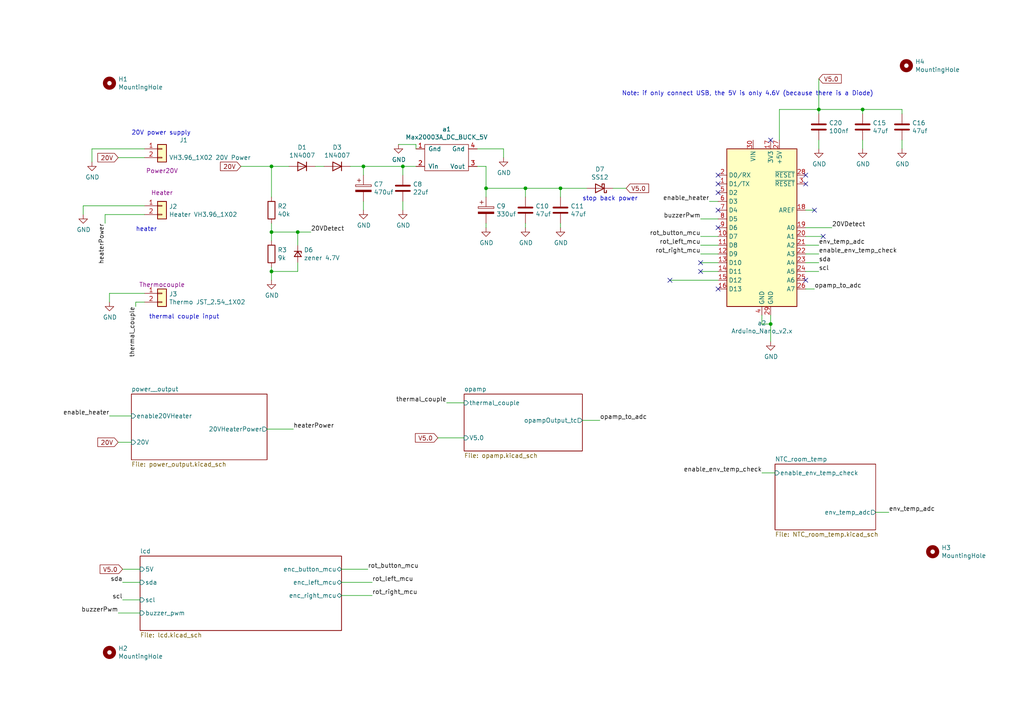
<source format=kicad_sch>
(kicad_sch (version 20211123) (generator eeschema)
  (paper "A4")
  (lib_symbols
    (symbol "Connector_Generic:Conn_01x02" (pin_names (offset 1.016) hide)
      (property "Reference" "J" (at 0 2.54 0))
      (property "Value" "Conn_01x02" (at 0 -5.08 0))
      (symbol "Conn_01x02_1_1"
        (rectangle (start -1.27 -2.413) (end 0 -2.667) (stroke (width 0.1524)))
        (rectangle (start -1.27 0.127) (end 0 -0.127) (stroke (width 0.1524)))
        (rectangle (start -1.27 1.27) (end 1.27 -3.81) (stroke (width 0.254)) (fill (type background)))
        (pin passive line (at -5.08 0 0) (length 3.81) (name "Pin_1") (number "1"))
        (pin passive line (at -5.08 -2.54 0) (length 3.81) (name "Pin_2") (number "2"))
      )
    )
    (symbol "Device:C" (pin_numbers hide) (pin_names (offset 0.254))
      (property "Reference" "C" (at 0.635 2.54 0))
      (property "Value" "C" (at 0.635 -2.54 0))
      (symbol "C_0_1"
        (polyline (pts (xy -2.032 -0.762) (xy 2.032 -0.762)) (stroke (width 0.508)))
        (polyline (pts (xy -2.032 0.762) (xy 2.032 0.762)) (stroke (width 0.508)))
      )
      (symbol "C_1_1"
        (pin passive line (at 0 3.81 270) (length 2.794) (name "~") (number "1"))
        (pin passive line (at 0 -3.81 90) (length 2.794) (name "~") (number "2"))
      )
    )
    (symbol "Device:D_Schottky" (pin_numbers hide) (pin_names (offset 1.016) hide)
      (property "Reference" "D" (at 0 2.54 0))
      (property "Value" "D_Schottky" (at 0 -2.54 0))
      (symbol "D_Schottky_0_1"
        (polyline (pts (xy 1.27 0) (xy -1.27 0)))
        (polyline (pts (xy 1.27 1.27) (xy 1.27 -1.27) (xy -1.27 0) (xy 1.27 1.27)) (stroke (width 0.254)))
        (polyline (pts (xy -1.905 0.635) (xy -1.905 1.27) (xy -1.27 1.27) (xy -1.27 -1.27) (xy -0.635 -1.27) (xy -0.635 -0.635)) (stroke (width 0.254)))
      )
      (symbol "D_Schottky_1_1"
        (pin passive line (at -3.81 0 0) (length 2.54) (name "K") (number "1"))
        (pin passive line (at 3.81 0 180) (length 2.54) (name "A") (number "2"))
      )
    )
    (symbol "Device:D_Zener_Small" (pin_numbers hide) (pin_names (offset 0.254) hide)
      (property "Reference" "D" (at 0 2.286 0))
      (property "Value" "D_Zener_Small" (at 0 -2.286 0))
      (symbol "D_Zener_Small_0_1"
        (polyline (pts (xy 0.762 0) (xy -0.762 0)))
        (polyline (pts (xy -0.254 1.016) (xy -0.762 1.016) (xy -0.762 -1.016)) (stroke (width 0.254)))
        (polyline (pts (xy 0.762 1.016) (xy -0.762 0) (xy 0.762 -1.016) (xy 0.762 1.016)) (stroke (width 0.254)))
      )
      (symbol "D_Zener_Small_1_1"
        (pin passive line (at -2.54 0 0) (length 1.778) (name "K") (number "1"))
        (pin passive line (at 2.54 0 180) (length 1.778) (name "A") (number "2"))
      )
    )
    (symbol "Device:R" (pin_numbers hide) (pin_names (offset 0))
      (property "Reference" "R" (at 2.032 0 90))
      (property "Value" "R" (at 0 0 90))
      (symbol "R_0_1"
        (rectangle (start -1.016 -2.54) (end 1.016 2.54) (stroke (width 0.254)))
      )
      (symbol "R_1_1"
        (pin passive line (at 0 3.81 270) (length 1.27) (name "~") (number "1"))
        (pin passive line (at 0 -3.81 90) (length 1.27) (name "~") (number "2"))
      )
    )
    (symbol "Diode:1N4007" (pin_numbers hide) (pin_names (offset 1.016) hide)
      (property "Reference" "D" (at 0 2.54 0))
      (property "Value" "1N4007" (at 0 -2.54 0))
      (symbol "1N4007_0_1"
        (polyline (pts (xy -1.27 1.27) (xy -1.27 -1.27)) (stroke (width 0.254)))
        (polyline (pts (xy 1.27 0) (xy -1.27 0)))
        (polyline (pts (xy 1.27 1.27) (xy 1.27 -1.27) (xy -1.27 0) (xy 1.27 1.27)) (stroke (width 0.254)))
      )
      (symbol "1N4007_1_1"
        (pin passive line (at -3.81 0 0) (length 2.54) (name "K") (number "1"))
        (pin passive line (at 3.81 0 180) (length 2.54) (name "A") (number "2"))
      )
    )
    (symbol "MCU_Module:Arduino_Nano_v3.x"
      (property "Reference" "A" (at -10.16 23.495 0))
      (property "Value" "Arduino_Nano_v3.x" (at 5.08 -24.13 0))
      (symbol "Arduino_Nano_v3.x_0_1"
        (rectangle (start -10.16 22.86) (end 10.16 -22.86) (stroke (width 0.254)) (fill (type background)))
      )
      (symbol "Arduino_Nano_v3.x_1_1"
        (pin bidirectional line (at -12.7 12.7 0) (length 2.54) (name "D1/TX") (number "1"))
        (pin bidirectional line (at -12.7 -2.54 0) (length 2.54) (name "D7") (number "10"))
        (pin bidirectional line (at -12.7 -5.08 0) (length 2.54) (name "D8") (number "11"))
        (pin bidirectional line (at -12.7 -7.62 0) (length 2.54) (name "D9") (number "12"))
        (pin bidirectional line (at -12.7 -10.16 0) (length 2.54) (name "D10") (number "13"))
        (pin bidirectional line (at -12.7 -12.7 0) (length 2.54) (name "D11") (number "14"))
        (pin bidirectional line (at -12.7 -15.24 0) (length 2.54) (name "D12") (number "15"))
        (pin bidirectional line (at -12.7 -17.78 0) (length 2.54) (name "D13") (number "16"))
        (pin power_out line (at 2.54 25.4 270) (length 2.54) (name "3V3") (number "17"))
        (pin input line (at 12.7 5.08 180) (length 2.54) (name "AREF") (number "18"))
        (pin bidirectional line (at 12.7 0 180) (length 2.54) (name "A0") (number "19"))
        (pin bidirectional line (at -12.7 15.24 0) (length 2.54) (name "D0/RX") (number "2"))
        (pin bidirectional line (at 12.7 -2.54 180) (length 2.54) (name "A1") (number "20"))
        (pin bidirectional line (at 12.7 -5.08 180) (length 2.54) (name "A2") (number "21"))
        (pin bidirectional line (at 12.7 -7.62 180) (length 2.54) (name "A3") (number "22"))
        (pin bidirectional line (at 12.7 -10.16 180) (length 2.54) (name "A4") (number "23"))
        (pin bidirectional line (at 12.7 -12.7 180) (length 2.54) (name "A5") (number "24"))
        (pin bidirectional line (at 12.7 -15.24 180) (length 2.54) (name "A6") (number "25"))
        (pin bidirectional line (at 12.7 -17.78 180) (length 2.54) (name "A7") (number "26"))
        (pin power_out line (at 5.08 25.4 270) (length 2.54) (name "+5V") (number "27"))
        (pin input line (at 12.7 15.24 180) (length 2.54) (name "~{RESET}") (number "28"))
        (pin power_in line (at 2.54 -25.4 90) (length 2.54) (name "GND") (number "29"))
        (pin input line (at 12.7 12.7 180) (length 2.54) (name "~{RESET}") (number "3"))
        (pin power_in line (at -2.54 25.4 270) (length 2.54) (name "VIN") (number "30"))
        (pin power_in line (at 0 -25.4 90) (length 2.54) (name "GND") (number "4"))
        (pin bidirectional line (at -12.7 10.16 0) (length 2.54) (name "D2") (number "5"))
        (pin bidirectional line (at -12.7 7.62 0) (length 2.54) (name "D3") (number "6"))
        (pin bidirectional line (at -12.7 5.08 0) (length 2.54) (name "D4") (number "7"))
        (pin bidirectional line (at -12.7 2.54 0) (length 2.54) (name "D5") (number "8"))
        (pin bidirectional line (at -12.7 0 0) (length 2.54) (name "D6") (number "9"))
      )
    )
    (symbol "Mechanical:MountingHole" (pin_names (offset 1.016))
      (property "Reference" "H" (at 0 5.08 0))
      (property "Value" "MountingHole" (at 0 3.175 0))
      (symbol "MountingHole_0_1"
        (circle (center 0 0) (radius 1.27) (stroke (width 1.27)))
      )
    )
    (symbol "mySymbolLibrary:Max20003A_DC_buck_36V_To_5V" (pin_names (offset 1.016))
      (property "Reference" "a" (at 3.81 8.89 0))
      (property "Value" "Max20003A_DC_buck_36V_To_5V" (at 0 12.7 0))
      (symbol "Max20003A_DC_buck_36V_To_5V_0_1"
        (rectangle (start -6.35 3.81) (end 6.35 -3.81))
      )
      (symbol "Max20003A_DC_buck_36V_To_5V_1_1"
        (pin input line (at -8.89 2.54 0) (length 2.54) (name "Gnd") (number "1"))
        (pin input line (at -8.89 -2.54 0) (length 2.54) (name "Vin") (number "2"))
        (pin output line (at 8.89 -2.54 180) (length 2.54) (name "Vout") (number "3"))
        (pin output line (at 8.89 2.54 180) (length 2.54) (name "Gnd") (number "4"))
      )
    )
    (symbol "pid_smt_oven-rescue:CP-Device" (pin_numbers hide) (pin_names (offset 0.254))
      (property "Reference" "C" (at 0.635 2.54 0))
      (property "Value" "CP-Device" (at 0.635 -2.54 0))
      (symbol "CP-Device_0_1"
        (rectangle (start -2.286 0.508) (end 2.286 1.016))
        (polyline (pts (xy -1.778 2.286) (xy -0.762 2.286)))
        (polyline (pts (xy -1.27 2.794) (xy -1.27 1.778)))
        (rectangle (start 2.286 -0.508) (end -2.286 -1.016) (fill (type outline)))
      )
      (symbol "CP-Device_1_1"
        (pin passive line (at 0 3.81 270) (length 2.794) (name "~") (number "1"))
        (pin passive line (at 0 -3.81 90) (length 2.794) (name "~") (number "2"))
      )
    )
    (symbol "power:GND" (power) (pin_names (offset 0))
      (property "Value" "GND" (at 0 -3.81 0))
      (symbol "GND_0_1"
        (polyline (pts (xy 0 0) (xy 0 -1.27) (xy 1.27 -1.27) (xy 0 -2.54) (xy -1.27 -1.27) (xy 0 -1.27)))
      )
      (symbol "GND_1_1"
        (pin power_in line (at 0 0 270) (length 0) hide (name "GND") (number "1"))
      )
    )
  )
  (junction (at 250.19 31.75))
  (junction (at 78.74 67.31))
  (junction (at 116.84 48.26))
  (junction (at 78.74 78.74))
  (junction (at 86.36 67.31))
  (junction (at 105.41 48.26))
  (junction (at 78.74 48.26))
  (junction (at 152.4 54.61))
  (junction (at 237.49 31.75))
  (junction (at 140.97 54.61))
  (junction (at 223.52 93.98))
  (junction (at 162.56 54.61))
  (no_connect (at 233.68 53.34))
  (no_connect (at 208.28 83.82))
  (no_connect (at 208.28 53.34))
  (no_connect (at 208.28 55.88))
  (no_connect (at 233.68 81.28))
  (no_connect (at 238.76 68.58))
  (no_connect (at 203.2 76.2))
  (no_connect (at 208.28 60.96))
  (no_connect (at 203.2 78.74))
  (no_connect (at 208.28 66.04))
  (no_connect (at 208.28 50.8))
  (no_connect (at 233.68 50.8))
  (no_connect (at 194.31 81.28))
  (no_connect (at 223.52 40.64))
  (no_connect (at 236.22 60.96))
  (wire (pts (xy 237.49 22.86) (xy 237.49 31.75)))
  (wire (pts (xy 91.44 48.26) (xy 93.98 48.26)))
  (wire (pts (xy 120.65 41.91) (xy 120.65 43.18)))
  (wire (pts (xy 233.68 76.2) (xy 237.49 76.2)))
  (wire (pts (xy 220.98 91.44) (xy 220.98 93.98)))
  (wire (pts (xy 162.56 54.61) (xy 170.18 54.61)))
  (wire (pts (xy 86.36 76.2) (xy 86.36 78.74)))
  (wire (pts (xy 162.56 57.15) (xy 162.56 54.61)))
  (wire (pts (xy 223.52 93.98) (xy 223.52 99.06)))
  (wire (pts (xy 241.3 66.04) (xy 233.68 66.04)))
  (wire (pts (xy 34.29 45.72) (xy 41.91 45.72)))
  (wire (pts (xy 162.56 66.04) (xy 162.56 64.77)))
  (wire (pts (xy 152.4 66.04) (xy 152.4 64.77)))
  (wire (pts (xy 24.13 62.23) (xy 24.13 59.69)))
  (wire (pts (xy 106.68 165.1) (xy 99.06 165.1)))
  (wire (pts (xy 236.22 83.82) (xy 233.68 83.82)))
  (wire (pts (xy 237.49 78.74) (xy 233.68 78.74)))
  (wire (pts (xy 226.06 31.75) (xy 226.06 40.64)))
  (wire (pts (xy 140.97 54.61) (xy 140.97 48.26)))
  (wire (pts (xy 39.37 88.9) (xy 39.37 87.63)))
  (wire (pts (xy 250.19 31.75) (xy 261.62 31.75)))
  (wire (pts (xy 115.57 41.91) (xy 120.65 41.91)))
  (wire (pts (xy 30.48 64.77) (xy 30.48 62.23)))
  (wire (pts (xy 203.2 76.2) (xy 208.28 76.2)))
  (wire (pts (xy 129.54 116.84) (xy 134.62 116.84)))
  (wire (pts (xy 203.2 68.58) (xy 208.28 68.58)))
  (wire (pts (xy 78.74 64.77) (xy 78.74 67.31)))
  (wire (pts (xy 223.52 91.44) (xy 223.52 93.98)))
  (wire (pts (xy 31.75 120.65) (xy 38.1 120.65)))
  (wire (pts (xy 205.74 58.42) (xy 208.28 58.42)))
  (wire (pts (xy 35.56 173.99) (xy 40.64 173.99)))
  (wire (pts (xy 261.62 31.75) (xy 261.62 33.02)))
  (wire (pts (xy 26.67 46.99) (xy 26.67 43.18)))
  (wire (pts (xy 127 127) (xy 134.62 127)))
  (wire (pts (xy 116.84 60.96) (xy 116.84 58.42)))
  (wire (pts (xy 78.74 57.15) (xy 78.74 48.26)))
  (wire (pts (xy 105.41 50.8) (xy 105.41 48.26)))
  (wire (pts (xy 78.74 48.26) (xy 83.82 48.26)))
  (wire (pts (xy 140.97 57.15) (xy 140.97 54.61)))
  (wire (pts (xy 31.75 87.63) (xy 31.75 85.09)))
  (wire (pts (xy 208.28 78.74) (xy 203.2 78.74)))
  (wire (pts (xy 152.4 54.61) (xy 162.56 54.61)))
  (wire (pts (xy 35.56 165.1) (xy 40.64 165.1)))
  (wire (pts (xy 236.22 60.96) (xy 233.68 60.96)))
  (wire (pts (xy 173.99 121.92) (xy 168.91 121.92)))
  (wire (pts (xy 39.37 87.63) (xy 41.91 87.63)))
  (wire (pts (xy 26.67 43.18) (xy 41.91 43.18)))
  (wire (pts (xy 78.74 67.31) (xy 78.74 69.85)))
  (wire (pts (xy 238.76 68.58) (xy 233.68 68.58)))
  (wire (pts (xy 34.29 177.8) (xy 40.64 177.8)))
  (wire (pts (xy 220.98 137.16) (xy 224.79 137.16)))
  (wire (pts (xy 105.41 48.26) (xy 116.84 48.26)))
  (wire (pts (xy 237.49 43.18) (xy 237.49 40.64)))
  (wire (pts (xy 35.56 168.91) (xy 40.64 168.91)))
  (wire (pts (xy 237.49 31.75) (xy 226.06 31.75)))
  (wire (pts (xy 140.97 48.26) (xy 138.43 48.26)))
  (wire (pts (xy 99.06 172.72) (xy 107.95 172.72)))
  (wire (pts (xy 237.49 71.12) (xy 233.68 71.12)))
  (wire (pts (xy 177.8 54.61) (xy 181.61 54.61)))
  (wire (pts (xy 86.36 67.31) (xy 78.74 67.31)))
  (wire (pts (xy 194.31 81.28) (xy 208.28 81.28)))
  (wire (pts (xy 237.49 33.02) (xy 237.49 31.75)))
  (wire (pts (xy 90.17 67.31) (xy 86.36 67.31)))
  (wire (pts (xy 220.98 93.98) (xy 223.52 93.98)))
  (wire (pts (xy 146.05 43.18) (xy 138.43 43.18)))
  (wire (pts (xy 30.48 62.23) (xy 41.91 62.23)))
  (wire (pts (xy 101.6 48.26) (xy 105.41 48.26)))
  (wire (pts (xy 237.49 31.75) (xy 250.19 31.75)))
  (wire (pts (xy 140.97 54.61) (xy 152.4 54.61)))
  (wire (pts (xy 116.84 48.26) (xy 120.65 48.26)))
  (wire (pts (xy 24.13 59.69) (xy 41.91 59.69)))
  (wire (pts (xy 116.84 50.8) (xy 116.84 48.26)))
  (wire (pts (xy 208.28 73.66) (xy 203.2 73.66)))
  (wire (pts (xy 105.41 60.96) (xy 105.41 58.42)))
  (wire (pts (xy 85.09 124.46) (xy 77.47 124.46)))
  (wire (pts (xy 237.49 73.66) (xy 233.68 73.66)))
  (wire (pts (xy 69.85 48.26) (xy 78.74 48.26)))
  (wire (pts (xy 78.74 81.28) (xy 78.74 78.74)))
  (wire (pts (xy 250.19 33.02) (xy 250.19 31.75)))
  (wire (pts (xy 31.75 85.09) (xy 41.91 85.09)))
  (wire (pts (xy 86.36 71.12) (xy 86.36 67.31)))
  (wire (pts (xy 250.19 40.64) (xy 250.19 43.18)))
  (wire (pts (xy 140.97 66.04) (xy 140.97 64.77)))
  (wire (pts (xy 107.95 168.91) (xy 99.06 168.91)))
  (wire (pts (xy 146.05 45.72) (xy 146.05 43.18)))
  (wire (pts (xy 203.2 63.5) (xy 208.28 63.5)))
  (wire (pts (xy 34.29 128.27) (xy 38.1 128.27)))
  (wire (pts (xy 78.74 78.74) (xy 78.74 77.47)))
  (wire (pts (xy 257.81 148.59) (xy 254 148.59)))
  (wire (pts (xy 152.4 57.15) (xy 152.4 54.61)))
  (wire (pts (xy 261.62 43.18) (xy 261.62 40.64)))
  (wire (pts (xy 86.36 78.74) (xy 78.74 78.74)))
  (wire (pts (xy 208.28 71.12) (xy 203.2 71.12)))
  (text "heater" (at 39.37 67.31 0) (effects (font (size 1.27 1.27)) (justify left bottom)))
  (text "stop back power" (at 168.91 58.42 0) (effects (font (size 1.27 1.27)) (justify left bottom)))
  (text "20V power supply" (at 38.1 39.37 0) (effects (font (size 1.27 1.27)) (justify left bottom)))
  (text "thermal couple input" (at 43.18 92.71 0) (effects (font (size 1.27 1.27)) (justify left bottom)))
  (text "Note: if only connect USB, the 5V is only 4.6V (because there is a Diode)" (at 180.34 27.94 0) (effects (font (size 1.27 1.27)) (justify left bottom)))
  (label "rot_button_mcu" (at 203.2 68.58 180))
  (label "20VDetect" (at 90.17 67.31 0))
  (label "enable_heater" (at 205.74 58.42 180))
  (label "rot_button_mcu" (at 106.68 165.1 0))
  (label "rot_right_mcu" (at 107.95 172.72 0))
  (label "rot_left_mcu" (at 107.95 168.91 0))
  (label "scl" (at 35.56 173.99 180))
  (label "20VDetect" (at 241.3 66.04 0))
  (label "rot_left_mcu" (at 203.2 71.12 180))
  (label "opamp_to_adc" (at 236.22 83.82 0))
  (label "opamp_to_adc" (at 173.99 121.92 0))
  (label "env_temp_adc" (at 257.81 148.59 0))
  (label "thermal_couple" (at 129.54 116.84 180))
  (label "buzzerPwm" (at 203.2 63.5 180))
  (label "sda" (at 237.49 76.2 0))
  (label "enable_env_temp_check" (at 220.98 137.16 180))
  (label "enable_heater" (at 31.75 120.65 180))
  (label "buzzerPwm" (at 34.29 177.8 180))
  (label "env_temp_adc" (at 237.49 71.12 0))
  (label "heaterPower" (at 30.48 64.77 270))
  (label "heaterPower" (at 85.09 124.46 0))
  (label "rot_right_mcu" (at 203.2 73.66 180))
  (label "sda" (at 35.56 168.91 180))
  (label "thermal_couple" (at 39.37 88.9 270))
  (label "scl" (at 237.49 78.74 0))
  (label "enable_env_temp_check" (at 237.49 73.66 0))
  (global_label "V5.0" (shape input) (at 237.49 22.86 0) (property "Intersheet References" "${INTERSHEET_REFS}" (effects hide)))
  (global_label "20V" (shape input) (at 34.29 128.27 180) (property "Intersheet References" "${INTERSHEET_REFS}" (effects hide)))
  (global_label "20V" (shape input) (at 34.29 45.72 180) (property "Intersheet References" "${INTERSHEET_REFS}" (effects hide)))
  (global_label "V5.0" (shape input) (at 35.56 165.1 180) (property "Intersheet References" "${INTERSHEET_REFS}" (effects hide)))
  (global_label "V5.0" (shape input) (at 127 127 180) (property "Intersheet References" "${INTERSHEET_REFS}" (effects hide)))
  (global_label "V5.0" (shape input) (at 181.61 54.61 0) (property "Intersheet References" "${INTERSHEET_REFS}" (effects hide)))
  (global_label "20V" (shape input) (at 69.85 48.26 180) (property "Intersheet References" "${INTERSHEET_REFS}" (effects hide)))
  (symbol (lib_id "Connector_Generic:Conn_01x02") (at 46.99 43.18 0) (unit 1)
    (property "Reference" "J1" (at 52.07 40.64 0) (effects (justify left)))
    (property "Value" "VH3.96_1X02 20V Power" (at 49.022 45.6946 0) (effects (justify left)))
    (property "Footprint" "myFootPrintLibs:JST_VH_B2P-VH-B_1x02_P3.96mm_Vertical" (effects hide))
    (property "Field4" "Power20V" (at 46.99 49.53 0))
  )
  (symbol (lib_id "MCU_Module:Arduino_Nano_v3.x") (at 220.98 66.04 0) (unit 1)
    (property "Reference" "a2" (at 220.98 93.7006 0))
    (property "Value" "Arduino_Nano_v2.x" (at 220.98 96.012 0))
    (property "Footprint" "myFootPrintLibs:Arduino_Nano_order" (effects hide))
    (property "Datasheet" "https://www.arduino.cc/en/uploads/Main/ArduinoNanoManual23.pdf" (effects hide))
  )
  (symbol (lib_id "Diode:1N4007") (at 87.63 48.26 180) (unit 1)
    (property "Reference" "D1" (at 87.63 42.7482 0))
    (property "Value" "1N4007" (at 87.63 45.0596 0))
    (property "Footprint" "myFootPrintLibs:D_SMA_Handsoldering" (effects hide))
    (property "Datasheet" "http://www.vishay.com/docs/88503/1n4001.pdf" (effects hide))
  )
  (symbol (lib_id "Connector_Generic:Conn_01x02") (at 46.99 59.69 0) (unit 1)
    (property "Reference" "J2" (at 49.022 59.8932 0) (effects (justify left)))
    (property "Value" "Heater VH3.96_1X02" (at 49.022 62.2046 0) (effects (justify left)))
    (property "Footprint" "myFootPrintLibs:JST_VH_B2P-VH-B_1x02_P3.96mm_Vertical" (effects hide))
    (property "Field4" "Heater" (at 46.99 55.88 0))
  )
  (symbol (lib_id "power:GND") (at 26.67 46.99 0) (unit 1)
    (property "Reference" "#PWR02" (effects hide))
    (property "Value" "GND" (at 26.797 51.3842 0))
  )
  (symbol (lib_id "power:GND") (at 24.13 62.23 0) (unit 1)
    (property "Reference" "#PWR01" (effects hide))
    (property "Value" "GND" (at 24.257 66.6242 0))
  )
  (symbol (lib_id "mySymbolLibrary:Max20003A_DC_buck_36V_To_5V") (at 129.54 45.72 0) (unit 1)
    (property "Reference" "a1" (at 129.54 37.465 0))
    (property "Value" "Max20003A_DC_BUCK_5V" (at 129.54 39.7764 0))
    (property "Footprint" "myFootPrintLibs:MAX20003A_dc_buck_module" (effects hide))
  )
  (symbol (lib_id "power:GND") (at 115.57 41.91 0) (unit 1)
    (property "Reference" "#PWR012" (effects hide))
    (property "Value" "GND" (at 115.697 46.3042 0))
  )
  (symbol (lib_id "pid_smt_oven-rescue:CP-Device") (at 105.41 54.61 0) (unit 1)
    (property "Reference" "C7" (at 108.4072 53.4416 0) (effects (justify left)))
    (property "Value" "470uf" (at 108.4072 55.753 0) (effects (justify left)))
    (property "Footprint" "myFootPrintLibs:CP_Radial_D8.0mm_P3.80mm" (effects hide))
  )
  (symbol (lib_id "power:GND") (at 116.84 60.96 0) (unit 1)
    (property "Reference" "#PWR013" (effects hide))
    (property "Value" "GND" (at 116.967 65.3542 0))
  )
  (symbol (lib_id "power:GND") (at 223.52 99.06 0) (unit 1)
    (property "Reference" "#PWR018" (effects hide))
    (property "Value" "GND" (at 223.647 103.4542 0))
  )
  (symbol (lib_id "Connector_Generic:Conn_01x02") (at 46.99 85.09 0) (unit 1)
    (property "Reference" "J3" (at 49.022 85.2932 0) (effects (justify left)))
    (property "Value" "Thermo JST_2.54_1X02" (at 49.022 87.6046 0) (effects (justify left)))
    (property "Footprint" "myFootPrintLibs:Molex_KK-254_AE-6410-02A_1x02_P2.54mm_Vertical" (effects hide))
    (property "Field4" "Thermocouple" (at 46.99 82.55 0))
  )
  (symbol (lib_id "power:GND") (at 31.75 87.63 0) (unit 1)
    (property "Reference" "#PWR03" (effects hide))
    (property "Value" "GND" (at 31.877 92.0242 0))
  )
  (symbol (lib_id "Device:C") (at 237.49 36.83 0) (unit 1)
    (property "Reference" "C20" (at 240.411 35.6616 0) (effects (justify left)))
    (property "Value" "100nf" (at 240.411 37.973 0) (effects (justify left)))
    (property "Footprint" "myFootPrintLibs:R_C_0805_2012Metric_Pad1.20x1.50mm_HandSolder" (effects hide))
  )
  (symbol (lib_id "power:GND") (at 146.05 45.72 0) (unit 1)
    (property "Reference" "#PWR015" (effects hide))
    (property "Value" "GND" (at 146.177 50.1142 0))
  )
  (symbol (lib_id "pid_smt_oven-rescue:CP-Device") (at 140.97 60.96 0) (unit 1)
    (property "Reference" "C9" (at 143.9672 59.7916 0) (effects (justify left)))
    (property "Value" "330uf" (at 143.9672 62.103 0) (effects (justify left)))
    (property "Footprint" "myFootPrintLibs:CP_EIA-7343-20_Kemet-V_Pad2.25x2.55mm_HandSolder" (effects hide))
  )
  (symbol (lib_id "power:GND") (at 140.97 66.04 0) (unit 1)
    (property "Reference" "#PWR014" (effects hide))
    (property "Value" "GND" (at 141.097 70.4342 0))
  )
  (symbol (lib_id "Device:C") (at 116.84 54.61 0) (unit 1)
    (property "Reference" "C8" (at 119.761 53.4416 0) (effects (justify left)))
    (property "Value" "22uf" (at 119.761 55.753 0) (effects (justify left)))
    (property "Footprint" "Capacitor_SMD:C_1206_3216Metric_Pad1.33x1.80mm_HandSolder" (effects hide))
  )
  (symbol (lib_id "power:GND") (at 105.41 60.96 0) (unit 1)
    (property "Reference" "#PWR011" (effects hide))
    (property "Value" "GND" (at 105.537 65.3542 0))
  )
  (symbol (lib_id "Device:C") (at 162.56 60.96 0) (unit 1)
    (property "Reference" "C11" (at 165.481 59.7916 0) (effects (justify left)))
    (property "Value" "47uf" (at 165.481 62.103 0) (effects (justify left)))
    (property "Footprint" "myFootPrintLibs:R_C_0805_2012Metric_Pad1.20x1.50mm_HandSolder" (effects hide))
  )
  (symbol (lib_id "Device:C") (at 152.4 60.96 0) (unit 1)
    (property "Reference" "C10" (at 155.321 59.7916 0) (effects (justify left)))
    (property "Value" "47uf" (at 155.321 62.103 0) (effects (justify left)))
    (property "Footprint" "myFootPrintLibs:R_C_0805_2012Metric_Pad1.20x1.50mm_HandSolder" (effects hide))
  )
  (symbol (lib_id "power:GND") (at 152.4 66.04 0) (unit 1)
    (property "Reference" "#PWR016" (effects hide))
    (property "Value" "GND" (at 152.527 70.4342 0))
  )
  (symbol (lib_id "power:GND") (at 162.56 66.04 0) (unit 1)
    (property "Reference" "#PWR017" (effects hide))
    (property "Value" "GND" (at 162.687 70.4342 0))
  )
  (symbol (lib_id "Device:C") (at 261.62 36.83 0) (unit 1)
    (property "Reference" "C16" (at 264.541 35.6616 0) (effects (justify left)))
    (property "Value" "47uf" (at 264.541 37.973 0) (effects (justify left)))
    (property "Footprint" "myFootPrintLibs:R_C_0805_2012Metric_Pad1.20x1.50mm_HandSolder" (effects hide))
  )
  (symbol (lib_id "power:GND") (at 261.62 43.18 0) (unit 1)
    (property "Reference" "#PWR029" (effects hide))
    (property "Value" "GND" (at 261.747 47.5742 0))
  )
  (symbol (lib_id "Device:C") (at 250.19 36.83 0) (unit 1)
    (property "Reference" "C15" (at 253.111 35.6616 0) (effects (justify left)))
    (property "Value" "47uf" (at 253.111 37.973 0) (effects (justify left)))
    (property "Footprint" "myFootPrintLibs:R_C_0805_2012Metric_Pad1.20x1.50mm_HandSolder" (effects hide))
  )
  (symbol (lib_id "power:GND") (at 250.19 43.18 0) (unit 1)
    (property "Reference" "#PWR028" (effects hide))
    (property "Value" "GND" (at 250.317 47.5742 0))
  )
  (symbol (lib_id "power:GND") (at 237.49 43.18 0) (unit 1)
    (property "Reference" "#PWR0103" (effects hide))
    (property "Value" "GND" (at 237.617 47.5742 0))
  )
  (symbol (lib_id "Mechanical:MountingHole") (at 31.75 24.13 0) (unit 1)
    (property "Reference" "H1" (at 34.29 22.9616 0) (effects (justify left)))
    (property "Value" "MountingHole" (at 34.29 25.273 0) (effects (justify left)))
    (property "Footprint" "myFootPrintLibs:MountingHole_2.0mm" (effects hide))
  )
  (symbol (lib_id "Mechanical:MountingHole") (at 31.75 189.23 0) (unit 1)
    (property "Reference" "H2" (at 34.29 188.0616 0) (effects (justify left)))
    (property "Value" "MountingHole" (at 34.29 190.373 0) (effects (justify left)))
    (property "Footprint" "myFootPrintLibs:MountingHole_2.0mm" (effects hide))
  )
  (symbol (lib_id "Mechanical:MountingHole") (at 270.51 160.02 0) (unit 1)
    (property "Reference" "H3" (at 273.05 158.8516 0) (effects (justify left)))
    (property "Value" "MountingHole" (at 273.05 161.163 0) (effects (justify left)))
    (property "Footprint" "myFootPrintLibs:MountingHole_2.0mm" (effects hide))
  )
  (symbol (lib_id "Mechanical:MountingHole") (at 262.89 19.05 0) (unit 1)
    (property "Reference" "H4" (at 265.43 17.8816 0) (effects (justify left)))
    (property "Value" "MountingHole" (at 265.43 20.193 0) (effects (justify left)))
    (property "Footprint" "myFootPrintLibs:MountingHole_2.0mm" (effects hide))
  )
  (symbol (lib_id "Device:D_Schottky") (at 173.99 54.61 180) (unit 1)
    (property "Reference" "D7" (at 173.99 49.0982 0))
    (property "Value" "SS12" (at 173.99 51.4096 0))
    (property "Footprint" "myFootPrintLibs:D_SMA_Handsoldering" (effects hide))
  )
  (symbol (lib_id "Diode:1N4007") (at 97.79 48.26 180) (unit 1)
    (property "Reference" "D3" (at 97.79 42.7482 0))
    (property "Value" "1N4007" (at 97.79 45.0596 0))
    (property "Footprint" "myFootPrintLibs:D_SMA_Handsoldering" (effects hide))
    (property "Datasheet" "http://www.vishay.com/docs/88503/1n4001.pdf" (effects hide))
  )
  (symbol (lib_id "Device:R") (at 78.74 73.66 0) (unit 1)
    (property "Reference" "R3" (at 80.518 72.4916 0) (effects (justify left)))
    (property "Value" "9k" (at 80.518 74.803 0) (effects (justify left)))
    (property "Footprint" "myFootPrintLibs:R_C_0805_2012Metric_Pad1.20x1.50mm_HandSolder" (effects hide))
  )
  (symbol (lib_id "Device:R") (at 78.74 60.96 0) (unit 1)
    (property "Reference" "R2" (at 80.518 59.7916 0) (effects (justify left)))
    (property "Value" "40k" (at 80.518 62.103 0) (effects (justify left)))
    (property "Footprint" "myFootPrintLibs:R_C_0805_2012Metric_Pad1.20x1.50mm_HandSolder" (effects hide))
  )
  (symbol (lib_id "Device:D_Zener_Small") (at 86.36 73.66 270) (unit 1)
    (property "Reference" "D6" (at 88.138 72.4916 90) (effects (justify left)))
    (property "Value" "zener 4.7V" (at 88.138 74.803 90) (effects (justify left)))
    (property "Footprint" "myFootPrintLibs:D_MiniMELF_Handsoldering_Zener" (effects hide))
    (property "note" "keep 5V lowest for Pmosfet gate" (effects hide))
  )
  (symbol (lib_id "power:GND") (at 78.74 81.28 0) (unit 1)
    (property "Reference" "#PWR0104" (effects hide))
    (property "Value" "GND" (at 78.867 85.6742 0))
  )
  (sheet (at 38.1 114.3) (size 39.37 19.05)
    (property "Sheet name" "power__output" (at 38.1 113.5884 0) (effects (justify left bottom)))
    (property "Sheet file" "power_output.kicad_sch" (at 38.1 133.9346 0) (effects (justify left top)))
    (pin "enable20VHeater" input (at 38.1 120.65 180))
    (pin "20VHeaterPower" output (at 77.47 124.46 0))
    (pin "20V" input (at 38.1 128.27 180))
  )
  (sheet (at 134.62 114.3) (size 34.29 16.51)
    (property "Sheet name" "opamp" (at 134.62 113.5884 0) (effects (justify left bottom)))
    (property "Sheet file" "opamp.kicad_sch" (at 134.62 131.3946 0) (effects (justify left top)))
    (pin "thermal_couple" input (at 134.62 116.84 180))
    (pin "opampOutput_tc" output (at 168.91 121.92 0))
    (pin "V5.0" input (at 134.62 127 180))
  )
  (sheet (at 224.79 134.62) (size 29.21 19.05)
    (property "Sheet name" "NTC_room_temp" (at 224.79 133.9084 0) (effects (justify left bottom)))
    (property "Sheet file" "NTC_room_temp.kicad_sch" (at 224.79 154.2546 0) (effects (justify left top)))
    (pin "env_temp_adc" output (at 254 148.59 0))
    (pin "enable_env_temp_check" input (at 224.79 137.16 180))
  )
  (sheet (at 40.64 161.29) (size 58.42 21.59)
    (property "Sheet name" "lcd" (at 40.64 160.5784 0) (effects (justify left bottom)))
    (property "Sheet file" "lcd.kicad_sch" (at 40.64 183.4646 0) (effects (justify left top)))
    (pin "sda" input (at 40.64 168.91 180))
    (pin "scl" input (at 40.64 173.99 180))
    (pin "buzzer_pwm" input (at 40.64 177.8 180))
    (pin "5V" input (at 40.64 165.1 180))
    (pin "enc_button_mcu" bidirectional (at 99.06 165.1 0))
    (pin "enc_left_mcu" bidirectional (at 99.06 168.91 0))
    (pin "enc_right_mcu" bidirectional (at 99.06 172.72 0))
  )
)
</source>
